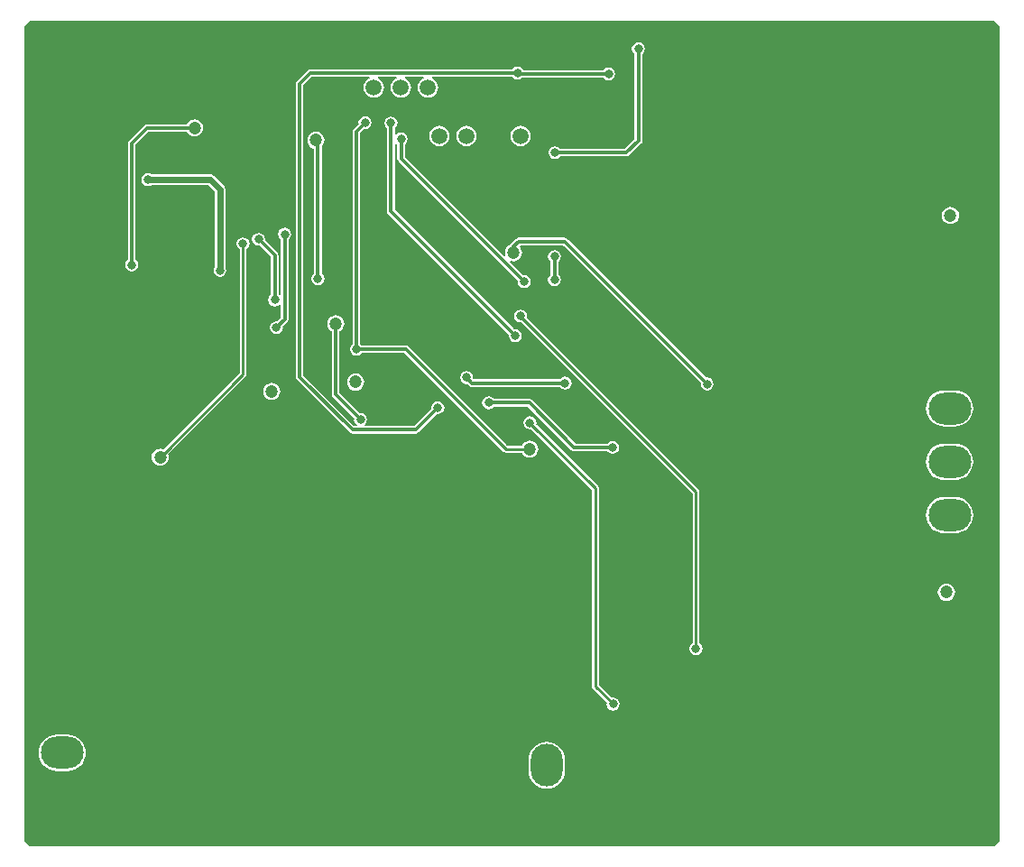
<source format=gbl>
G04 Layer_Physical_Order=2*
G04 Layer_Color=16711680*
%FSLAX25Y25*%
%MOIN*%
G70*
G01*
G75*
%ADD32C,0.00984*%
%ADD33C,0.01181*%
%ADD36C,0.02362*%
%ADD39C,0.01000*%
%ADD43C,0.04724*%
%ADD44C,0.05905*%
%ADD45O,0.15748X0.11811*%
%ADD46O,0.11811X0.15748*%
%ADD47C,0.03150*%
G36*
X594488Y413386D02*
Y112205D01*
X592520Y110236D01*
X236221D01*
X234252Y112205D01*
Y413386D01*
X236221Y415354D01*
X592520D01*
X594488Y413386D01*
D02*
G37*
%LPC*%
G36*
X315059Y335282D02*
X314137Y335099D01*
X313356Y334577D01*
X312834Y333796D01*
X312651Y332874D01*
X312834Y331952D01*
X313356Y331171D01*
X313746Y330910D01*
Y285189D01*
X285547Y256990D01*
X285271Y257104D01*
X284449Y257212D01*
X283627Y257104D01*
X282860Y256787D01*
X282203Y256282D01*
X281698Y255624D01*
X281380Y254858D01*
X281272Y254035D01*
X281380Y253213D01*
X281698Y252447D01*
X282203Y251789D01*
X282860Y251284D01*
X283627Y250967D01*
X284449Y250859D01*
X285271Y250967D01*
X286037Y251284D01*
X286695Y251789D01*
X287200Y252447D01*
X287517Y253213D01*
X287626Y254035D01*
X287517Y254858D01*
X287403Y255133D01*
X315987Y283717D01*
X316272Y284143D01*
X316372Y284646D01*
Y330910D01*
X316762Y331171D01*
X317284Y331952D01*
X317467Y332874D01*
X317284Y333796D01*
X316762Y334577D01*
X315981Y335099D01*
X315059Y335282D01*
D02*
G37*
G36*
X405807Y276523D02*
X404885Y276339D01*
X404104Y275817D01*
X403582Y275036D01*
X403399Y274114D01*
X403582Y273193D01*
X404104Y272411D01*
X404885Y271889D01*
X405807Y271706D01*
X406729Y271889D01*
X407510Y272411D01*
X407709Y272709D01*
X420383D01*
X436408Y256684D01*
X436864Y256379D01*
X437402Y256272D01*
X449673D01*
X449872Y255974D01*
X450653Y255452D01*
X451575Y255269D01*
X452496Y255452D01*
X453278Y255974D01*
X453800Y256755D01*
X453983Y257677D01*
X453800Y258599D01*
X453278Y259380D01*
X452496Y259902D01*
X451575Y260086D01*
X450653Y259902D01*
X449872Y259380D01*
X449673Y259082D01*
X437984D01*
X421958Y275108D01*
X421502Y275412D01*
X420965Y275519D01*
X407709D01*
X407510Y275817D01*
X406729Y276339D01*
X405807Y276523D01*
D02*
G37*
G36*
X578051Y259087D02*
X574114D01*
X572802Y258958D01*
X571540Y258576D01*
X570378Y257954D01*
X569359Y257118D01*
X568522Y256099D01*
X567901Y254936D01*
X567518Y253674D01*
X567389Y252362D01*
X567518Y251050D01*
X567901Y249788D01*
X568522Y248626D01*
X569359Y247607D01*
X570378Y246770D01*
X571540Y246149D01*
X572802Y245766D01*
X574114Y245637D01*
X578051D01*
X579363Y245766D01*
X580625Y246149D01*
X581788Y246770D01*
X582807Y247607D01*
X583643Y248626D01*
X584265Y249788D01*
X584647Y251050D01*
X584776Y252362D01*
X584647Y253674D01*
X584265Y254936D01*
X583643Y256099D01*
X582807Y257118D01*
X581788Y257954D01*
X580625Y258576D01*
X579363Y258958D01*
X578051Y259087D01*
D02*
G37*
G36*
X356594Y284968D02*
X355772Y284860D01*
X355006Y284542D01*
X354348Y284038D01*
X353843Y283380D01*
X353526Y282613D01*
X353418Y281791D01*
X353526Y280969D01*
X353843Y280203D01*
X354348Y279545D01*
X355006Y279040D01*
X355772Y278723D01*
X356594Y278615D01*
X357417Y278723D01*
X358183Y279040D01*
X358841Y279545D01*
X359346Y280203D01*
X359663Y280969D01*
X359771Y281791D01*
X359663Y282613D01*
X359346Y283380D01*
X358841Y284038D01*
X358183Y284542D01*
X357417Y284860D01*
X356594Y284968D01*
D02*
G37*
G36*
X325590Y281523D02*
X324768Y281415D01*
X324002Y281098D01*
X323344Y280593D01*
X322839Y279935D01*
X322522Y279169D01*
X322414Y278346D01*
X322522Y277524D01*
X322839Y276758D01*
X323344Y276100D01*
X324002Y275595D01*
X324768Y275278D01*
X325590Y275170D01*
X326413Y275278D01*
X327179Y275595D01*
X327837Y276100D01*
X328342Y276758D01*
X328659Y277524D01*
X328767Y278346D01*
X328659Y279169D01*
X328342Y279935D01*
X327837Y280593D01*
X327179Y281098D01*
X326413Y281415D01*
X325590Y281523D01*
D02*
G37*
G36*
X578051Y278772D02*
X574114D01*
X572802Y278643D01*
X571540Y278261D01*
X570378Y277639D01*
X569359Y276803D01*
X568522Y275784D01*
X567901Y274621D01*
X567518Y273359D01*
X567389Y272047D01*
X567518Y270735D01*
X567901Y269474D01*
X568522Y268311D01*
X569359Y267292D01*
X570378Y266455D01*
X571540Y265834D01*
X572802Y265451D01*
X574114Y265322D01*
X578051D01*
X579363Y265451D01*
X580625Y265834D01*
X581788Y266455D01*
X582807Y267292D01*
X583643Y268311D01*
X584265Y269474D01*
X584647Y270735D01*
X584776Y272047D01*
X584647Y273359D01*
X584265Y274621D01*
X583643Y275784D01*
X582807Y276803D01*
X581788Y277639D01*
X580625Y278261D01*
X579363Y278643D01*
X578051Y278772D01*
D02*
G37*
G36*
X421063Y269141D02*
X420141Y268957D01*
X419360Y268435D01*
X418838Y267654D01*
X418654Y266732D01*
X418838Y265811D01*
X419360Y265029D01*
X420141Y264507D01*
X421063Y264324D01*
X421533Y264417D01*
X443873Y242078D01*
Y169390D01*
X443972Y168891D01*
X444255Y168467D01*
X449457Y163265D01*
X449363Y162795D01*
X449546Y161874D01*
X450069Y161092D01*
X450850Y160570D01*
X451772Y160387D01*
X452693Y160570D01*
X453475Y161092D01*
X453997Y161874D01*
X454180Y162795D01*
X453997Y163717D01*
X453475Y164498D01*
X452693Y165020D01*
X451772Y165204D01*
X451302Y165110D01*
X446482Y169930D01*
Y242618D01*
X446382Y243117D01*
X446100Y243541D01*
X423378Y266262D01*
X423471Y266732D01*
X423288Y267654D01*
X422766Y268435D01*
X421985Y268957D01*
X421063Y269141D01*
D02*
G37*
G36*
X250197Y151509D02*
X246260D01*
X244948Y151380D01*
X243686Y150997D01*
X242524Y150375D01*
X241504Y149539D01*
X240668Y148520D01*
X240047Y147357D01*
X239664Y146096D01*
X239534Y144783D01*
X239664Y143471D01*
X240047Y142210D01*
X240668Y141047D01*
X241504Y140028D01*
X242524Y139192D01*
X243686Y138570D01*
X244948Y138187D01*
X246260Y138058D01*
X250197D01*
X251509Y138187D01*
X252770Y138570D01*
X253933Y139192D01*
X254952Y140028D01*
X255789Y141047D01*
X256410Y142210D01*
X256793Y143471D01*
X256922Y144783D01*
X256793Y146096D01*
X256410Y147357D01*
X255789Y148520D01*
X254952Y149539D01*
X253933Y150375D01*
X252770Y150997D01*
X251509Y151380D01*
X250197Y151509D01*
D02*
G37*
G36*
X427264Y148851D02*
X425952Y148722D01*
X424690Y148339D01*
X423527Y147718D01*
X422508Y146881D01*
X421672Y145862D01*
X421050Y144700D01*
X420668Y143438D01*
X420539Y142126D01*
Y138189D01*
X420668Y136877D01*
X421050Y135615D01*
X421672Y134453D01*
X422508Y133433D01*
X423527Y132597D01*
X424690Y131976D01*
X425952Y131593D01*
X427264Y131464D01*
X428576Y131593D01*
X429837Y131976D01*
X431000Y132597D01*
X432019Y133433D01*
X432856Y134453D01*
X433477Y135615D01*
X433860Y136877D01*
X433989Y138189D01*
Y142126D01*
X433860Y143438D01*
X433477Y144700D01*
X432856Y145862D01*
X432019Y146881D01*
X431000Y147718D01*
X429837Y148339D01*
X428576Y148722D01*
X427264Y148851D01*
D02*
G37*
G36*
X578051Y239402D02*
X574114D01*
X572802Y239273D01*
X571540Y238891D01*
X570378Y238269D01*
X569359Y237433D01*
X568522Y236414D01*
X567901Y235251D01*
X567518Y233989D01*
X567389Y232677D01*
X567518Y231365D01*
X567901Y230103D01*
X568522Y228941D01*
X569359Y227922D01*
X570378Y227085D01*
X571540Y226464D01*
X572802Y226081D01*
X574114Y225952D01*
X578051D01*
X579363Y226081D01*
X580625Y226464D01*
X581788Y227085D01*
X582807Y227922D01*
X583643Y228941D01*
X584265Y230103D01*
X584647Y231365D01*
X584776Y232677D01*
X584647Y233989D01*
X584265Y235251D01*
X583643Y236414D01*
X582807Y237433D01*
X581788Y238269D01*
X580625Y238891D01*
X579363Y239273D01*
X578051Y239402D01*
D02*
G37*
G36*
X574902Y207311D02*
X574079Y207202D01*
X573313Y206885D01*
X572655Y206380D01*
X572150Y205722D01*
X571833Y204956D01*
X571725Y204134D01*
X571833Y203312D01*
X572150Y202545D01*
X572655Y201887D01*
X573313Y201383D01*
X574079Y201065D01*
X574902Y200957D01*
X575724Y201065D01*
X576490Y201383D01*
X577148Y201887D01*
X577653Y202545D01*
X577970Y203312D01*
X578078Y204134D01*
X577970Y204956D01*
X577653Y205722D01*
X577148Y206380D01*
X576490Y206885D01*
X575724Y207202D01*
X574902Y207311D01*
D02*
G37*
G36*
X417520Y308609D02*
X416598Y308426D01*
X415817Y307904D01*
X415295Y307122D01*
X415111Y306201D01*
X415295Y305279D01*
X415817Y304498D01*
X416598Y303976D01*
X417520Y303792D01*
X417908Y303870D01*
X481077Y240700D01*
Y185237D01*
X480679Y184971D01*
X480157Y184189D01*
X479973Y183268D01*
X480157Y182346D01*
X480679Y181565D01*
X481460Y181043D01*
X482382Y180859D01*
X483304Y181043D01*
X484085Y181565D01*
X484607Y182346D01*
X484790Y183268D01*
X484607Y184189D01*
X484085Y184971D01*
X483686Y185237D01*
Y241240D01*
X483587Y241739D01*
X483304Y242163D01*
X419818Y305649D01*
X419928Y306201D01*
X419745Y307122D01*
X419223Y307904D01*
X418441Y308426D01*
X417520Y308609D01*
D02*
G37*
G36*
X369685Y379869D02*
X368763Y379686D01*
X367982Y379164D01*
X367460Y378382D01*
X367277Y377461D01*
X367460Y376539D01*
X367982Y375758D01*
X368280Y375558D01*
Y344882D01*
X368387Y344344D01*
X368692Y343888D01*
X413311Y299269D01*
X413241Y298917D01*
X413424Y297996D01*
X413947Y297214D01*
X414728Y296692D01*
X415650Y296509D01*
X416571Y296692D01*
X417353Y297214D01*
X417875Y297996D01*
X418058Y298917D01*
X417875Y299839D01*
X417353Y300620D01*
X416571Y301143D01*
X415650Y301326D01*
X415298Y301256D01*
X371090Y345464D01*
Y369898D01*
X371590Y370050D01*
X371722Y369852D01*
X372020Y369653D01*
Y364370D01*
X372127Y363832D01*
X372432Y363377D01*
X416559Y319249D01*
X416489Y318898D01*
X416673Y317976D01*
X417195Y317195D01*
X417976Y316672D01*
X418898Y316489D01*
X419819Y316672D01*
X420601Y317195D01*
X421123Y317976D01*
X421306Y318898D01*
X421123Y319819D01*
X420601Y320601D01*
X419819Y321123D01*
X418898Y321306D01*
X418546Y321236D01*
X413670Y326112D01*
X413954Y326536D01*
X414138Y326459D01*
X414961Y326351D01*
X415783Y326459D01*
X416549Y326776D01*
X417207Y327281D01*
X417712Y327939D01*
X418029Y328705D01*
X418137Y329528D01*
X418029Y330350D01*
X417712Y331116D01*
X417207Y331774D01*
X417193Y331987D01*
X417547Y332355D01*
X433276D01*
X484177Y281454D01*
X484107Y281102D01*
X484291Y280181D01*
X484813Y279399D01*
X485594Y278877D01*
X486516Y278694D01*
X487437Y278877D01*
X488219Y279399D01*
X488741Y280181D01*
X488924Y281102D01*
X488741Y282024D01*
X488219Y282805D01*
X487437Y283328D01*
X486516Y283511D01*
X486164Y283441D01*
X434852Y334753D01*
X434396Y335058D01*
X433858Y335165D01*
X416929D01*
X416392Y335058D01*
X415936Y334753D01*
X413967Y332785D01*
X413727Y332426D01*
X413372Y332279D01*
X412714Y331774D01*
X412210Y331116D01*
X411892Y330350D01*
X411784Y329528D01*
X411892Y328705D01*
X411969Y328521D01*
X411545Y328238D01*
X374830Y364952D01*
Y369653D01*
X375128Y369852D01*
X375650Y370633D01*
X375834Y371555D01*
X375650Y372477D01*
X375128Y373258D01*
X374347Y373780D01*
X373425Y373964D01*
X372503Y373780D01*
X371722Y373258D01*
X371590Y373060D01*
X371090Y373212D01*
Y375558D01*
X371388Y375758D01*
X371910Y376539D01*
X372094Y377461D01*
X371910Y378382D01*
X371388Y379164D01*
X370607Y379686D01*
X369685Y379869D01*
D02*
G37*
G36*
X417598Y376509D02*
X416622Y376380D01*
X415712Y376003D01*
X414931Y375404D01*
X414331Y374622D01*
X413954Y373713D01*
X413826Y372736D01*
X413954Y371760D01*
X414331Y370850D01*
X414931Y370069D01*
X415712Y369469D01*
X416622Y369092D01*
X417598Y368964D01*
X418575Y369092D01*
X419485Y369469D01*
X420266Y370069D01*
X420865Y370850D01*
X421242Y371760D01*
X421371Y372736D01*
X421242Y373713D01*
X420865Y374622D01*
X420266Y375404D01*
X419485Y376003D01*
X418575Y376380D01*
X417598Y376509D01*
D02*
G37*
G36*
X397598D02*
X396622Y376380D01*
X395712Y376003D01*
X394931Y375404D01*
X394331Y374622D01*
X393954Y373713D01*
X393826Y372736D01*
X393954Y371760D01*
X394331Y370850D01*
X394931Y370069D01*
X395712Y369469D01*
X396622Y369092D01*
X397598Y368964D01*
X398575Y369092D01*
X399485Y369469D01*
X400266Y370069D01*
X400865Y370850D01*
X401242Y371760D01*
X401371Y372736D01*
X401242Y373713D01*
X400865Y374622D01*
X400266Y375404D01*
X399485Y376003D01*
X398575Y376380D01*
X397598Y376509D01*
D02*
G37*
G36*
X387598D02*
X386622Y376380D01*
X385712Y376003D01*
X384931Y375404D01*
X384331Y374622D01*
X383955Y373713D01*
X383826Y372736D01*
X383955Y371760D01*
X384331Y370850D01*
X384931Y370069D01*
X385712Y369469D01*
X386622Y369092D01*
X387598Y368964D01*
X388575Y369092D01*
X389485Y369469D01*
X390266Y370069D01*
X390865Y370850D01*
X391242Y371760D01*
X391371Y372736D01*
X391242Y373713D01*
X390865Y374622D01*
X390266Y375404D01*
X389485Y376003D01*
X388575Y376380D01*
X387598Y376509D01*
D02*
G37*
G36*
X416437Y398373D02*
X415515Y398190D01*
X414734Y397668D01*
X414535Y397370D01*
X339764D01*
X339226Y397263D01*
X338770Y396958D01*
X334833Y393021D01*
X334529Y392565D01*
X334422Y392028D01*
Y283760D01*
X334529Y283222D01*
X334833Y282766D01*
X354420Y263180D01*
X354876Y262875D01*
X355413Y262768D01*
X378839D01*
X379376Y262875D01*
X379832Y263180D01*
X386656Y270004D01*
X387008Y269934D01*
X387930Y270117D01*
X388711Y270639D01*
X389233Y271421D01*
X389416Y272342D01*
X389233Y273264D01*
X388711Y274046D01*
X387930Y274568D01*
X387008Y274751D01*
X386086Y274568D01*
X385305Y274046D01*
X384783Y273264D01*
X384599Y272342D01*
X384669Y271991D01*
X378257Y265578D01*
X359974D01*
X359823Y266078D01*
X360168Y266309D01*
X360690Y267090D01*
X360873Y268012D01*
X360690Y268934D01*
X360168Y269715D01*
X359386Y270237D01*
X358465Y270420D01*
X358113Y270350D01*
X350716Y277747D01*
Y300519D01*
X350899Y300595D01*
X351557Y301100D01*
X352062Y301758D01*
X352380Y302524D01*
X352488Y303346D01*
X352380Y304169D01*
X352062Y304935D01*
X351557Y305593D01*
X350899Y306098D01*
X350133Y306415D01*
X349311Y306523D01*
X348489Y306415D01*
X347723Y306098D01*
X347065Y305593D01*
X346560Y304935D01*
X346242Y304169D01*
X346134Y303346D01*
X346242Y302524D01*
X346560Y301758D01*
X347065Y301100D01*
X347723Y300595D01*
X347906Y300519D01*
Y277165D01*
X348013Y276628D01*
X348318Y276172D01*
X356126Y268363D01*
X356056Y268012D01*
X356239Y267090D01*
X356762Y266309D01*
X357107Y266078D01*
X356955Y265578D01*
X355995D01*
X337232Y284342D01*
Y391446D01*
X340346Y394560D01*
X361726D01*
X361825Y394060D01*
X361480Y393917D01*
X360699Y393317D01*
X360099Y392536D01*
X359722Y391626D01*
X359594Y390650D01*
X359722Y389673D01*
X360099Y388763D01*
X360699Y387982D01*
X361480Y387383D01*
X362390Y387006D01*
X363366Y386877D01*
X364342Y387006D01*
X365252Y387383D01*
X366034Y387982D01*
X366633Y388763D01*
X367010Y389673D01*
X367139Y390650D01*
X367010Y391626D01*
X366633Y392536D01*
X366034Y393317D01*
X365252Y393917D01*
X364907Y394060D01*
X365007Y394560D01*
X371726D01*
X371825Y394060D01*
X371480Y393917D01*
X370699Y393317D01*
X370099Y392536D01*
X369722Y391626D01*
X369594Y390650D01*
X369722Y389673D01*
X370099Y388763D01*
X370699Y387982D01*
X371480Y387383D01*
X372390Y387006D01*
X373366Y386877D01*
X374342Y387006D01*
X375252Y387383D01*
X376034Y387982D01*
X376633Y388763D01*
X377010Y389673D01*
X377139Y390650D01*
X377010Y391626D01*
X376633Y392536D01*
X376034Y393317D01*
X375252Y393917D01*
X374907Y394060D01*
X375007Y394560D01*
X381726D01*
X381825Y394060D01*
X381480Y393917D01*
X380699Y393317D01*
X380099Y392536D01*
X379722Y391626D01*
X379594Y390650D01*
X379722Y389673D01*
X380099Y388763D01*
X380699Y387982D01*
X381480Y387383D01*
X382390Y387006D01*
X383366Y386877D01*
X384343Y387006D01*
X385252Y387383D01*
X386034Y387982D01*
X386633Y388763D01*
X387010Y389673D01*
X387139Y390650D01*
X387010Y391626D01*
X386633Y392536D01*
X386034Y393317D01*
X385252Y393917D01*
X384907Y394060D01*
X385007Y394560D01*
X414535D01*
X414734Y394262D01*
X415515Y393739D01*
X416437Y393556D01*
X417359Y393739D01*
X417997Y394166D01*
X448196D01*
X448395Y393868D01*
X449177Y393346D01*
X450098Y393162D01*
X451020Y393346D01*
X451801Y393868D01*
X452324Y394649D01*
X452507Y395571D01*
X452324Y396493D01*
X451801Y397274D01*
X451020Y397796D01*
X450098Y397979D01*
X449177Y397796D01*
X448395Y397274D01*
X448196Y396976D01*
X418602D01*
X418140Y397668D01*
X417359Y398190D01*
X416437Y398373D01*
D02*
G37*
G36*
X360138Y379967D02*
X359216Y379784D01*
X358435Y379262D01*
X357913Y378481D01*
X357729Y377559D01*
X357799Y377207D01*
X355995Y375403D01*
X355690Y374947D01*
X355583Y374410D01*
Y295800D01*
X355285Y295601D01*
X354763Y294819D01*
X354580Y293898D01*
X354763Y292976D01*
X355285Y292195D01*
X356066Y291672D01*
X356988Y291489D01*
X357910Y291672D01*
X358691Y292195D01*
X358890Y292493D01*
X374673D01*
X374926Y292323D01*
X411184Y256066D01*
X411607Y255783D01*
X412106Y255684D01*
X418096D01*
X418213Y255400D01*
X418718Y254742D01*
X419376Y254237D01*
X420142Y253920D01*
X420965Y253811D01*
X421787Y253920D01*
X422553Y254237D01*
X423211Y254742D01*
X423716Y255400D01*
X424033Y256166D01*
X424141Y256988D01*
X424033Y257810D01*
X423716Y258577D01*
X423211Y259234D01*
X422553Y259739D01*
X421787Y260057D01*
X420965Y260165D01*
X420142Y260057D01*
X419376Y259739D01*
X418718Y259234D01*
X418213Y258577D01*
X418096Y258293D01*
X412647D01*
X376771Y294168D01*
X376486Y294596D01*
X376190Y294891D01*
X375734Y295196D01*
X375197Y295303D01*
X358890D01*
X358691Y295601D01*
X358393Y295800D01*
Y373828D01*
X359786Y375220D01*
X360138Y375151D01*
X361059Y375334D01*
X361841Y375856D01*
X362363Y376637D01*
X362546Y377559D01*
X362363Y378481D01*
X361841Y379262D01*
X361059Y379784D01*
X360138Y379967D01*
D02*
G37*
G36*
X297146Y378866D02*
X296323Y378758D01*
X295557Y378440D01*
X294899Y377935D01*
X294394Y377277D01*
X294319Y377094D01*
X279528D01*
X278990Y376987D01*
X278534Y376682D01*
X272924Y371072D01*
X272619Y370616D01*
X272512Y370079D01*
Y327001D01*
X272214Y326801D01*
X271692Y326020D01*
X271509Y325098D01*
X271692Y324177D01*
X272214Y323395D01*
X272996Y322873D01*
X273917Y322690D01*
X274839Y322873D01*
X275620Y323395D01*
X276143Y324177D01*
X276326Y325098D01*
X276143Y326020D01*
X275620Y326801D01*
X275322Y327001D01*
Y369497D01*
X280110Y374284D01*
X294319D01*
X294394Y374101D01*
X294899Y373443D01*
X295557Y372938D01*
X296323Y372620D01*
X297146Y372512D01*
X297968Y372620D01*
X298734Y372938D01*
X299392Y373443D01*
X299897Y374101D01*
X300214Y374867D01*
X300322Y375689D01*
X300214Y376511D01*
X299897Y377277D01*
X299392Y377935D01*
X298734Y378440D01*
X297968Y378758D01*
X297146Y378866D01*
D02*
G37*
G36*
X461122Y407330D02*
X460200Y407146D01*
X459419Y406624D01*
X458897Y405843D01*
X458714Y404921D01*
X458897Y404000D01*
X459419Y403218D01*
X459717Y403019D01*
Y371547D01*
X456111Y367940D01*
X432217D01*
X432018Y368238D01*
X431237Y368761D01*
X430315Y368944D01*
X429393Y368761D01*
X428612Y368238D01*
X428090Y367457D01*
X427907Y366535D01*
X428090Y365614D01*
X428612Y364832D01*
X429393Y364310D01*
X430315Y364127D01*
X431237Y364310D01*
X432018Y364832D01*
X432217Y365130D01*
X456693D01*
X457231Y365237D01*
X457686Y365542D01*
X462115Y369971D01*
X462420Y370427D01*
X462527Y370965D01*
Y403019D01*
X462825Y403218D01*
X463347Y404000D01*
X463530Y404921D01*
X463347Y405843D01*
X462825Y406624D01*
X462044Y407146D01*
X461122Y407330D01*
D02*
G37*
G36*
X430118Y330558D02*
X429196Y330375D01*
X428415Y329853D01*
X427893Y329071D01*
X427710Y328150D01*
X427893Y327228D01*
X428415Y326447D01*
X428713Y326247D01*
Y321489D01*
X428415Y321290D01*
X427893Y320508D01*
X427710Y319587D01*
X427893Y318665D01*
X428415Y317884D01*
X429196Y317361D01*
X430118Y317178D01*
X431040Y317361D01*
X431821Y317884D01*
X432343Y318665D01*
X432527Y319587D01*
X432343Y320508D01*
X431821Y321290D01*
X431523Y321489D01*
Y326247D01*
X431821Y326447D01*
X432343Y327228D01*
X432527Y328150D01*
X432343Y329071D01*
X431821Y329853D01*
X431040Y330375D01*
X430118Y330558D01*
D02*
G37*
G36*
X330413Y338826D02*
X329492Y338643D01*
X328710Y338120D01*
X328188Y337339D01*
X328005Y336417D01*
X328188Y335496D01*
X328710Y334714D01*
X329008Y334515D01*
Y313969D01*
X328553Y313804D01*
X328177Y314084D01*
Y328543D01*
X328070Y329081D01*
X327765Y329537D01*
X323106Y334196D01*
X323176Y334547D01*
X322993Y335469D01*
X322471Y336250D01*
X321689Y336772D01*
X320768Y336956D01*
X319846Y336772D01*
X319065Y336250D01*
X318543Y335469D01*
X318359Y334547D01*
X318543Y333626D01*
X319065Y332844D01*
X319846Y332322D01*
X320768Y332139D01*
X321119Y332209D01*
X325367Y327961D01*
Y314008D01*
X325069Y313809D01*
X324547Y313028D01*
X324363Y312106D01*
X324547Y311185D01*
X325069Y310403D01*
X325850Y309881D01*
X326772Y309698D01*
X327693Y309881D01*
X328475Y310403D01*
X328508Y310454D01*
X329008Y310302D01*
Y305503D01*
X327714Y304209D01*
X327362Y304278D01*
X326441Y304095D01*
X325659Y303573D01*
X325137Y302792D01*
X324954Y301870D01*
X325137Y300948D01*
X325659Y300167D01*
X326441Y299645D01*
X327362Y299462D01*
X328284Y299645D01*
X329065Y300167D01*
X329587Y300948D01*
X329771Y301870D01*
X329701Y302222D01*
X331407Y303928D01*
X331711Y304384D01*
X331818Y304921D01*
Y334515D01*
X332116Y334714D01*
X332639Y335496D01*
X332822Y336417D01*
X332639Y337339D01*
X332116Y338120D01*
X331335Y338643D01*
X330413Y338826D01*
D02*
G37*
G36*
X397638Y285873D02*
X396716Y285690D01*
X395935Y285168D01*
X395413Y284386D01*
X395229Y283465D01*
X395413Y282543D01*
X395935Y281762D01*
X396716Y281239D01*
X397638Y281056D01*
X397989Y281126D01*
X398711Y280404D01*
X399167Y280100D01*
X399705Y279993D01*
X432153D01*
X432352Y279695D01*
X433133Y279172D01*
X434055Y278989D01*
X434977Y279172D01*
X435758Y279695D01*
X436280Y280476D01*
X436464Y281398D01*
X436280Y282319D01*
X435758Y283101D01*
X434977Y283623D01*
X434055Y283806D01*
X433133Y283623D01*
X432352Y283101D01*
X432153Y282803D01*
X400324D01*
X399990Y283179D01*
X400046Y283465D01*
X399863Y284386D01*
X399341Y285168D01*
X398559Y285690D01*
X397638Y285873D01*
D02*
G37*
G36*
X576378Y346484D02*
X575556Y346376D01*
X574790Y346058D01*
X574132Y345553D01*
X573627Y344896D01*
X573309Y344129D01*
X573201Y343307D01*
X573309Y342485D01*
X573627Y341719D01*
X574132Y341061D01*
X574790Y340556D01*
X575556Y340239D01*
X576378Y340130D01*
X577200Y340239D01*
X577966Y340556D01*
X578624Y341061D01*
X579129Y341719D01*
X579447Y342485D01*
X579555Y343307D01*
X579447Y344129D01*
X579129Y344896D01*
X578624Y345553D01*
X577966Y346058D01*
X577200Y346376D01*
X576378Y346484D01*
D02*
G37*
G36*
X279921Y359003D02*
X279000Y358820D01*
X278218Y358297D01*
X277696Y357516D01*
X277513Y356594D01*
X277696Y355673D01*
X278218Y354891D01*
X279000Y354369D01*
X279921Y354186D01*
X280843Y354369D01*
X281169Y354587D01*
X302121D01*
X304489Y352220D01*
Y324280D01*
X304271Y323953D01*
X304088Y323031D01*
X304271Y322110D01*
X304793Y321328D01*
X305574Y320806D01*
X306496Y320623D01*
X307418Y320806D01*
X308199Y321328D01*
X308721Y322110D01*
X308905Y323031D01*
X308721Y323953D01*
X308503Y324280D01*
Y353051D01*
X308350Y353819D01*
X307915Y354470D01*
X304372Y358014D01*
X303721Y358449D01*
X302953Y358602D01*
X281169D01*
X280843Y358820D01*
X279921Y359003D01*
D02*
G37*
G36*
X341929Y374338D02*
X341107Y374230D01*
X340341Y373913D01*
X339683Y373408D01*
X339178Y372750D01*
X338861Y371984D01*
X338752Y371161D01*
X338861Y370339D01*
X339178Y369573D01*
X339683Y368915D01*
X340341Y368410D01*
X341107Y368093D01*
X341312Y368066D01*
Y321883D01*
X341014Y321683D01*
X340491Y320902D01*
X340308Y319980D01*
X340491Y319059D01*
X341014Y318277D01*
X341795Y317755D01*
X342717Y317572D01*
X343638Y317755D01*
X344420Y318277D01*
X344942Y319059D01*
X345125Y319980D01*
X344942Y320902D01*
X344420Y321683D01*
X344122Y321883D01*
Y368874D01*
X344176Y368915D01*
X344680Y369573D01*
X344998Y370339D01*
X345106Y371161D01*
X344998Y371984D01*
X344680Y372750D01*
X344176Y373408D01*
X343517Y373913D01*
X342751Y374230D01*
X341929Y374338D01*
D02*
G37*
%LPD*%
D32*
X445177Y169390D02*
Y242618D01*
X421063Y266732D02*
X445177Y242618D01*
X417520Y306102D02*
Y306201D01*
Y306102D02*
X482382Y241240D01*
X412106Y256988D02*
X420965D01*
X375492Y293602D02*
X412106Y256988D01*
X482382Y183268D02*
Y241240D01*
X445177Y169390D02*
X451772Y162795D01*
D33*
X356988Y293898D02*
Y374410D01*
X360138Y377559D01*
X433858Y333760D02*
X486516Y281102D01*
X416929Y333760D02*
X433858D01*
X414961Y331791D02*
X416929Y333760D01*
X414961Y329528D02*
Y331791D01*
X430118Y319587D02*
Y328150D01*
X375197Y293898D02*
X375492Y293602D01*
X356988Y293898D02*
X375197D01*
X461122Y370965D02*
Y404921D01*
X456693Y366535D02*
X461122Y370965D01*
X430315Y366535D02*
X456693D01*
X335827Y392028D02*
X339764Y395965D01*
X416437D01*
X416831Y395571D01*
X450098D01*
X305512Y323031D02*
X306496D01*
X373425Y364370D02*
X418898Y318898D01*
X373425Y364370D02*
Y371555D01*
X369685Y344882D02*
X415650Y298917D01*
X369685Y344882D02*
Y377461D01*
X378839Y264173D02*
X387008Y272342D01*
X342717Y319980D02*
Y370374D01*
X341929Y371161D02*
X342717Y370374D01*
X349311Y277165D02*
X358465Y268012D01*
X349311Y277165D02*
Y303346D01*
X320768Y334547D02*
X326772Y328543D01*
Y312106D02*
Y328543D01*
X330413Y304921D02*
Y336417D01*
X327362Y301870D02*
X330413Y304921D01*
X335827Y283760D02*
Y392028D01*
Y283760D02*
X355413Y264173D01*
X378839D01*
X273917Y325098D02*
Y370079D01*
X279528Y375689D01*
X297146D01*
X405807Y274114D02*
X420965D01*
X437402Y257677D01*
X451575D01*
X399705Y281398D02*
X434055D01*
X397638Y283465D02*
X399705Y281398D01*
D36*
X279921Y356594D02*
X302953D01*
X306496Y353051D01*
Y323031D02*
Y353051D01*
D39*
X315059Y284646D02*
Y332874D01*
X284449Y254035D02*
X315059Y284646D01*
D43*
X297146Y375689D02*
D03*
X349311Y303346D02*
D03*
X284449Y254035D02*
D03*
X325590Y278346D02*
D03*
X341929Y371161D02*
D03*
X574902Y204134D02*
D03*
X576378Y343307D02*
D03*
X420965Y256988D02*
D03*
X449803Y379331D02*
D03*
X414961Y329528D02*
D03*
X356594Y281791D02*
D03*
D44*
X397598Y372736D02*
D03*
X387598D02*
D03*
X407598D02*
D03*
X417598D02*
D03*
X373366Y390650D02*
D03*
X363366Y390650D02*
D03*
X383366Y390650D02*
D03*
X393366D02*
D03*
D45*
X248228Y125098D02*
D03*
Y144783D02*
D03*
X576083Y232677D02*
D03*
Y252362D02*
D03*
Y272047D02*
D03*
D46*
X407579Y140157D02*
D03*
X427264D02*
D03*
D47*
X430118Y319587D02*
D03*
Y328150D02*
D03*
X421063Y266732D02*
D03*
X356988Y293898D02*
D03*
X461122Y404921D02*
D03*
X430315Y366535D02*
D03*
X450098Y395571D02*
D03*
X417520Y306201D02*
D03*
X387008Y272342D02*
D03*
X358465Y268012D02*
D03*
X451575Y257677D02*
D03*
X451772Y162795D02*
D03*
X416437Y395965D02*
D03*
X415650Y298917D02*
D03*
X482382Y183268D02*
D03*
X306496Y323031D02*
D03*
X279921Y356594D02*
D03*
X315059Y332874D02*
D03*
X320768Y334547D02*
D03*
X326772Y312106D02*
D03*
X330413Y336417D02*
D03*
X327362Y301870D02*
D03*
X373425Y371555D02*
D03*
X369685Y377461D02*
D03*
X360138Y377559D02*
D03*
X405807Y274114D02*
D03*
X486516Y281102D02*
D03*
X418898Y318898D02*
D03*
X364764Y274508D02*
D03*
X342717Y319980D02*
D03*
X361319Y367815D02*
D03*
X273917Y325098D02*
D03*
X271555Y258661D02*
D03*
X296260Y230512D02*
D03*
X377559Y232382D02*
D03*
X406102Y238484D02*
D03*
X460236Y352559D02*
D03*
X432185Y237894D02*
D03*
X457874Y191043D02*
D03*
X457677Y315748D02*
D03*
X303051Y290846D02*
D03*
X365551Y330610D02*
D03*
X283858Y335925D02*
D03*
X434055Y281398D02*
D03*
X397638Y283465D02*
D03*
M02*

</source>
